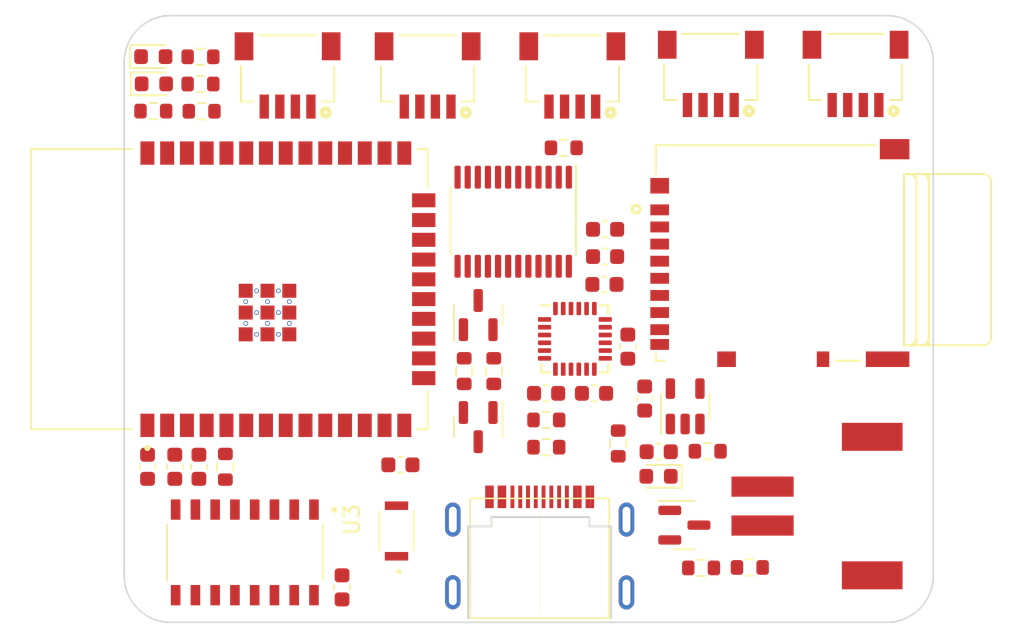
<source format=kicad_pcb>
(kicad_pcb (version 20211014) (generator pcbnew)
  (layers (0 "F.Cu" signal) (1 "In1.Cu" power) (2 "In2.Cu" power) (31 "B.Cu" signal) (34 "B.Paste" user) (35 "F.Paste" user) (36 "B.SilkS" user "B.Silkscreen") (37 "F.SilkS" user "F.Silkscreen") (38 "B.Mask" user) (39 "F.Mask" user) (44 "Edge.Cuts" user))
  (net 0 "")
  (net 1 "GND")
  (net 2 "VBUS")
  (net 4 "D+")
  (net 5 "D-")
  (net 10 "CS")
  (net 11 "MOSI")
  (net 12 "+3V3")
  (net 13 "SCLK")
  (net 14 "MISO")
  (net 16 "SD_DETECT")
  (net 17 "Net-(D2-Pad2)")
  (net 18 "Net-(C3-Pad1)")
  (net 19 "Net-(D3-Pad2)")
  (net 20 "Net-(Q2-Pad1)")
  (net 21 "DTR")
  (net 22 "GPIO0")
  (net 23 "Net-(Q3-Pad1)")
  (net 24 "RTS")
  (net 25 "EN")
  (net 29 "IO35")
  (net 31 "IO33")
  (net 37 "IO13")
  (net 49 "I2C1_SDA")
  (net 50 "PROG_TX")
  (net 51 "PROG_RX")
  (net 52 "I2C1_SCL")
  (net 53 "Net-(R5-Pad1)")
  (net 62 "Net-(R7-Pad2)")
  (net 63 "Sense1_SDA")
  (net 64 "Sense1_SCL")
  (net 65 "Sense2_SDA")
  (net 66 "Sense2_SCL")
  (net 67 "Sense3_SDA")
  (net 68 "Sense3_SCL")
  (net 69 "Sense4_SDA")
  (net 70 "Sense4_SCL")
  (net 71 "Sense5_SDA")
  (net 72 "Sense5_SCL")
  (net 73 "Net-(C13-Pad1)")
  (net 74 "Net-(C14-Pad1)")
  (net 79 "+3V8")
  (net 80 "Onboard_SDA")
  (net 81 "Onboard_SCL")
  (footprint "Resistor_SMD:R_0603_1608Metric" (layer "F.Cu") (at 116.075 74.5 180)
    (fp_text reference "R9")
    (fp_text value "100k")
    (pad "1" smd roundrect (at -0.825 0 180) (size 0.8 0.95) (layers "F.Cu" "F.Paste" "F.Mask") (net 29 "IO35"))
    (pad "2" smd roundrect (at 0.825 0 180) (size 0.8 0.95) (layers "F.Cu" "F.Paste" "F.Mask") (net 1 "GND"))
  )
  (footprint "Resistor_SMD:R_0603_1608Metric" (layer "F.Cu") (at 110.75 66.5 90)
    (fp_text reference "R2")
    (fp_text value "100k")
    (pad "1" smd roundrect (at -0.825 0 90) (size 0.8 0.95) (layers "F.Cu" "F.Paste" "F.Mask") (net 2 "VBUS"))
    (pad "2" smd roundrect (at 0.825 0 90) (size 0.8 0.95) (layers "F.Cu" "F.Paste" "F.Mask") (net 1 "GND"))
  )
  (footprint "Resistor_SMD:R_0603_1608Metric" (layer "F.Cu") (at 83.9 41.65 180)
    (fp_text reference "R10")
    (fp_text value "5k")
    (pad "1" smd roundrect (at -0.825 0 180) (size 0.8 0.95) (layers "F.Cu" "F.Paste" "F.Mask") (net 31 "IO33"))
    (pad "2" smd roundrect (at 0.825 0 180) (size 0.8 0.95) (layers "F.Cu" "F.Paste" "F.Mask") (net 19 "Net-(D3-Pad2)"))
  )
  (footprint "Resistor_SMD:R_0603_1608Metric" (layer "F.Cu") (at 106.13 64.99)
    (fp_text reference "R13")
    (fp_text value "4k7")
    (pad "1" smd roundrect (at -0.825 0) (size 0.8 0.95) (layers "F.Cu" "F.Paste" "F.Mask") (net 12 "+3V3"))
    (pad "2" smd roundrect (at 0.825 0) (size 0.8 0.95) (layers "F.Cu" "F.Paste" "F.Mask") (net 80 "Onboard_SDA"))
  )
  (footprint "lib_fp:JST_SM04B-SRSS-TB(LF)(SN)" (layer "F.Cu") (at 126 44.75 180)
    (fp_text reference "J3")
    (fp_text value "Sense1")
    (pad "1" smd rect locked (at -1.5 0 180) (size 0.6 1.55) (layers "F.Cu" "F.Paste" "F.Mask") (net 12 "+3V3"))
    (pad "2" smd rect locked (at -0.5 0 180) (size 0.6 1.55) (layers "F.Cu" "F.Paste" "F.Mask") (net 63 "Sense1_SDA"))
    (pad "3" smd rect locked (at 0.5 0 180) (size 0.6 1.55) (layers "F.Cu" "F.Paste" "F.Mask") (net 64 "Sense1_SCL"))
    (pad "4" smd rect locked (at 1.5 0 180) (size 0.6 1.55) (layers "F.Cu" "F.Paste" "F.Mask") (net 1 "GND"))
    (pad "S1" smd rect locked (at -2.8 3.875) (size 1.2 1.8) (layers "F.Cu" "F.Paste" "F.Mask") (net 1 "GND"))
    (pad "S2" smd rect locked (at 2.8 3.875) (size 1.2 1.8) (layers "F.Cu" "F.Paste" "F.Mask") (net 1 "GND"))
  )
  (footprint "Resistor_SMD:R_0603_1608Metric" (layer "F.Cu") (at 83.975 45.15)
    (fp_text reference "R12")
    (fp_text value "3.7k")
    (pad "1" smd roundrect (at -0.825 0) (size 0.8 0.95) (layers "F.Cu" "F.Paste" "F.Mask") (net 12 "+3V3"))
    (pad "2" smd roundrect (at 0.825 0) (size 0.8 0.95) (layers "F.Cu" "F.Paste" "F.Mask") (net 49 "I2C1_SDA"))
  )
  (footprint "Package_TO_SOT_SMD:SOT-23" (layer "F.Cu") (at 115 71.75)
    (fp_text reference "Q1")
    (fp_text value "HXY3401AI")
    (pad "1" smd roundrect (at -0.9375 -0.95) (size 1.475 0.6) (layers "F.Cu" "F.Paste" "F.Mask") (net 2 "VBUS"))
    (pad "2" smd roundrect (at -0.9375 0.95) (size 1.475 0.6) (layers "F.Cu" "F.Paste" "F.Mask") (net 18 "Net-(C3-Pad1)"))
    (pad "3" smd roundrect (at 0.9375 0) (size 1.475 0.6) (layers "F.Cu" "F.Paste" "F.Mask") (net 79 "+3V8"))
  )
  (footprint "Resistor_SMD:R_0603_1608Metric" (layer "F.Cu") (at 116.5 67 180)
    (fp_text reference "R5")
    (fp_text value "10k")
    (pad "1" smd roundrect (at -0.825 0 180) (size 0.8 0.95) (layers "F.Cu" "F.Paste" "F.Mask") (net 53 "Net-(R5-Pad1)"))
    (pad "2" smd roundrect (at 0.825 0 180) (size 0.8 0.95) (layers "F.Cu" "F.Paste" "F.Mask") (net 18 "Net-(C3-Pad1)"))
  )
  (footprint "Package_TO_SOT_SMD:SOT-23-5" (layer "F.Cu") (at 115.05 64.1125 90)
    (fp_text reference "U2")
    (fp_text value "AP2112K-3.3")
    (pad "1" smd roundrect (at -1.1375 -0.95 90) (size 1.325 0.6) (layers "F.Cu" "F.Paste" "F.Mask") (net 18 "Net-(C3-Pad1)"))
    (pad "2" smd roundrect (at -1.1375 0 90) (size 1.325 0.6) (layers "F.Cu" "F.Paste" "F.Mask") (net 1 "GND"))
    (pad "3" smd roundrect (at -1.1375 0.95 90) (size 1.325 0.6) (layers "F.Cu" "F.Paste" "F.Mask") (net 53 "Net-(R5-Pad1)"))
    (pad "4" smd roundrect (at 1.1375 0.95 90) (size 1.325 0.6) (layers "F.Cu" "F.Paste" "F.Mask"))
    (pad "5" smd roundrect (at 1.1375 -0.95 90) (size 1.325 0.6) (layers "F.Cu" "F.Paste" "F.Mask") (net 12 "+3V3"))
  )
  (footprint "Resistor_SMD:R_0603_1608Metric" (layer "F.Cu") (at 80.87 45.14 180)
    (fp_text reference "R11")
    (fp_text value "3.7k")
    (pad "1" smd roundrect (at -0.825 0 180) (size 0.8 0.95) (layers "F.Cu" "F.Paste" "F.Mask") (net 12 "+3V3"))
    (pad "2" smd roundrect (at 0.825 0 180) (size 0.8 0.95) (layers "F.Cu" "F.Paste" "F.Mask") (net 52 "I2C1_SCL"))
  )
  (footprint "Capacitor_SMD:C_0603_1608Metric" (layer "F.Cu") (at 112.45 63.6125 -90)
    (fp_text reference "C4")
    (fp_text value "1uF")
    (pad "1" smd roundrect (at -0.775 0 270) (size 0.9 0.95) (layers "F.Cu" "F.Paste" "F.Mask") (net 12 "+3V3"))
    (pad "2" smd roundrect (at 0.775 0 270) (size 0.9 0.95) (layers "F.Cu" "F.Paste" "F.Mask") (net 1 "GND"))
  )
  (footprint "Capacitor_SMD:C_0603_1608Metric" (layer "F.Cu") (at 93 75.75 90)
    (fp_text reference "C5")
    (fp_text value "0.1uF")
    (pad "1" smd roundrect (at -0.775 0 90) (size 0.9 0.95) (layers "F.Cu" "F.Paste" "F.Mask") (net 12 "+3V3"))
    (pad "2" smd roundrect (at 0.775 0 90) (size 0.9 0.95) (layers "F.Cu" "F.Paste" "F.Mask") (net 1 "GND"))
  )
  (footprint "Capacitor_SMD:C_0603_1608Metric" (layer "F.Cu") (at 109.865 56.28)
    (fp_text reference "C14")
    (fp_text value "2.2nF")
    (pad "1" smd roundrect (at -0.775 0) (size 0.9 0.95) (layers "F.Cu" "F.Paste" "F.Mask") (net 74 "Net-(C14-Pad1)"))
    (pad "2" smd roundrect (at 0.775 0) (size 0.9 0.95) (layers "F.Cu" "F.Paste" "F.Mask") (net 1 "GND"))
  )
  (footprint "lib_fp:JST_SM04B-SRSS-TB(LF)(SN)" (layer "F.Cu") (at 116.7 44.75 180)
    (fp_text reference "J4")
    (fp_text value "Sense2")
    (pad "1" smd rect locked (at -1.5 0 180) (size 0.6 1.55) (layers "F.Cu" "F.Paste" "F.Mask") (net 12 "+3V3"))
    (pad "2" smd rect locked (at -0.5 0 180) (size 0.6 1.55) (layers "F.Cu" "F.Paste" "F.Mask") (net 65 "Sense2_SDA"))
    (pad "3" smd rect locked (at 0.5 0 180) (size 0.6 1.55) (layers "F.Cu" "F.Paste" "F.Mask") (net 66 "Sense2_SCL"))
    (pad "4" smd rect locked (at 1.5 0 180) (size 0.6 1.55) (layers "F.Cu" "F.Paste" "F.Mask") (net 1 "GND"))
    (pad "S1" smd rect locked (at -2.8 3.875) (size 1.2 1.8) (layers "F.Cu" "F.Paste" "F.Mask") (net 1 "GND"))
    (pad "S2" smd rect locked (at 2.8 3.875) (size 1.2 1.8) (layers "F.Cu" "F.Paste" "F.Mask") (net 1 "GND"))
  )
  (footprint "Capacitor_SMD:C_0603_1608Metric" (layer "F.Cu") (at 109.905 52.74)
    (fp_text reference "C9")
    (fp_text value "10uF")
    (pad "1" smd roundrect (at -0.775 0) (size 0.9 0.95) (layers "F.Cu" "F.Paste" "F.Mask") (net 12 "+3V3"))
    (pad "2" smd roundrect (at 0.775 0) (size 0.9 0.95) (layers "F.Cu" "F.Paste" "F.Mask") (net 1 "GND"))
  )
  (footprint "lib_fp:HX25003-2AWB" (layer "F.Cu") (at 123.525 70.525 90)
    (fp_text reference "J8")
    (fp_text value "Conn_01x02_Female")
    (pad "1" smd rect (at -1.25 -3.5 90) (size 1.3 4) (layers "F.Cu" "F.Paste" "F.Mask") (net 79 "+3V8"))
    (pad "2" smd rect (at 1.25 -3.5 90) (size 1.3 4) (layers "F.Cu" "F.Paste" "F.Mask") (net 1 "GND"))
    (pad "3" smd rect (at -4.45 3.55 90) (size 1.8 3.9) (layers "F.Cu" "F.Paste" "F.Mask"))
    (pad "4" smd rect (at 4.45 3.55 90) (size 1.8 3.9) (layers "F.Cu" "F.Paste" "F.Mask"))
  )
  (footprint "Resistor_SMD:R_0603_1608Metric" (layer "F.Cu") (at 102.75 61.85 -90)
    (fp_text reference "R4")
    (fp_text value "10k")
    (pad "1" smd roundrect (at -0.825 0 270) (size 0.8 0.95) (layers "F.Cu" "F.Paste" "F.Mask") (net 21 "DTR"))
    (pad "2" smd roundrect (at 0.825 0 270) (size 0.8 0.95) (layers "F.Cu" "F.Paste" "F.Mask") (net 23 "Net-(Q3-Pad1)"))
  )
  (footprint "Capacitor_SMD:C_0603_1608Metric" (layer "F.Cu") (at 82.25 68 -90)
    (fp_text reference "C7")
    (fp_text value "22uF")
    (pad "1" smd roundrect (at -0.775 0 270) (size 0.9 0.95) (layers "F.Cu" "F.Paste" "F.Mask") (net 12 "+3V3"))
    (pad "2" smd roundrect (at 0.775 0 270) (size 0.9 0.95) (layers "F.Cu" "F.Paste" "F.Mask") (net 1 "GND"))
  )
  (footprint "Package_TO_SOT_SMD:SOT-23" (layer "F.Cu") (at 101.75 65.45 -90)
    (fp_text reference "Q3")
    (fp_text value "MMBT3904")
    (pad "1" smd roundrect (at -0.9375 -0.95 270) (size 1.475 0.6) (layers "F.Cu" "F.Paste" "F.Mask") (net 23 "Net-(Q3-Pad1)"))
    (pad "2" smd roundrect (at -0.9375 0.95 270) (size 1.475 0.6) (layers "F.Cu" "F.Paste" "F.Mask") (net 24 "RTS"))
    (pad "3" smd roundrect (at 0.9375 0 270) (size 1.475 0.6) (layers "F.Cu" "F.Paste" "F.Mask") (net 25 "EN"))
  )
  (footprint "Resistor_SMD:R_0603_1608Metric" (layer "F.Cu") (at 85.5 68 90)
    (fp_text reference "R1")
    (fp_text value "10k")
    (pad "1" smd roundrect (at -0.825 0 90) (size 0.8 0.95) (layers "F.Cu" "F.Paste" "F.Mask") (net 12 "+3V3"))
    (pad "2" smd roundrect (at 0.825 0 90) (size 0.8 0.95) (layers "F.Cu" "F.Paste" "F.Mask") (net 25 "EN"))
  )
  (footprint "LED_SMD:LED_0603_1608Metric" (layer "F.Cu") (at 80.87 41.64)
    (fp_text reference "D3")
    (fp_text value "green")
    (pad "1" smd roundrect (at -0.7875 0) (size 0.875 0.95) (layers "F.Cu" "F.Paste" "F.Mask") (net 1 "GND"))
    (pad "2" smd roundrect (at 0.7875 0) (size 0.875 0.95) (layers "F.Cu" "F.Paste" "F.Mask") (net 19 "Net-(D3-Pad2)"))
  )
  (footprint "Sensor_Motion:InvenSense_QFN-24_4x4mm_P0.5mm" (layer "F.Cu") (at 107.965 59.78)
    (fp_text reference "U5")
    (fp_text value "MPU-6050")
    (pad "1" smd roundrect (at -1.95 -1.25) (size 0.85 0.3) (layers "F.Cu" "F.Paste" "F.Mask") (net 1 "GND"))
    (pad "2" smd roundrect (at -1.95 -0.75) (size 0.85 0.3) (layers "F.Cu" "F.Paste" "F.Mask"))
    (pad "3" smd roundrect (at -1.95 -0.25) (size 0.85 0.3) (layers "F.Cu" "F.Paste" "F.Mask"))
    (pad "4" smd roundrect (at -1.95 0.25) (size 0.85 0.3) (layers "F.Cu" "F.Paste" "F.Mask"))
    (pad "5" smd roundrect (at -1.95 0.75) (size 0.85 0.3) (layers "F.Cu" "F.Paste" "F.Mask"))
    (pad "6" smd roundrect (at -1.95 1.25) (size 0.85 0.3) (layers "F.Cu" "F.Paste" "F.Mask"))
    (pad "7" smd roundrect (at -1.25 1.95 90) (size 0.85 0.3) (layers "F.Cu" "F.Paste" "F.Mask"))
    (pad "8" smd roundrect (at -0.75 1.95 90) (size 0.85 0.3) (layers "F.Cu" "F.Paste" "F.Mask") (net 12 "+3V3"))
    (pad "9" smd roundrect (at -0.25 1.95 90) (size 0.85 0.3) (layers "F.Cu" "F.Paste" "F.Mask") (net 1 "GND"))
    (pad "10" smd roundrect (at 0.25 1.95 90) (size 0.85 0.3) (layers "F.Cu" "F.Paste" "F.Mask") (net 73 "Net-(C13-Pad1)"))
    (pad "11" smd roundrect (at 0.75 1.95 90) (size 0.85 0.3) (layers "F.Cu" "F.Paste" "F.Mask") (net 1 "GND"))
    (pad "12" smd roundrect (at 1.25 1.95 90) (size 0.85 0.3) (layers "F.Cu" "F.Paste" "F.Mask"))
    (pad "13" smd roundrect (at 1.95 1.25) (size 0.85 0.3) (layers "F.Cu" "F.Paste" "F.Mask") (net 12 "+3V3"))
    (pad "14" smd roundrect (at 1.95 0.75) (size 0.85 0.3) (layers "F.Cu" "F.Paste" "F.Mask"))
    (pad "15" smd roundrect (at 1.95 0.25) (size 0.85 0.3) (layers "F.Cu" "F.Paste" "F.Mask"))
    (pad "16" smd roundrect (at 1.95 -0.25) (size 0.85 0.3) (layers "F.Cu" "F.Paste" "F.Mask"))
    (pad "17" smd roundrect (at 1.95 -0.75) (size 0.85 0.3) (layers "F.Cu" "F.Paste" "F.Mask"))
    (pad "18" smd roundrect (at 1.95 -1.25) (size 0.85 0.3) (layers "F.Cu" "F.Paste" "F.Mask") (net 1 "GND"))
    (pad "19" smd roundrect (at 1.25 -1.95 90) (size 0.85 0.3) (layers "F.Cu" "F.Paste" "F.Mask"))
    (pad "20" smd roundrect (at 0.75 -1.95 90) (size 0.85 0.3) (layers "F.Cu" "F.Paste" "F.Mask") (net 74 "Net-(C14-Pad1)"))
    (pad "21" smd roundrect (at 0.25 -1.95 90) (size 0.85 0.3) (layers "F.Cu" "F.Paste" "F.Mask"))
    (pad "22" smd roundrect (at -0.25 -1.95 90) (size 0.85 0.3) (layers "F.Cu" "F.Paste" "F.Mask"))
    (pad "23" smd roundrect (at -0.75 -1.95 90) (size 0.85 0.3) (layers "F.Cu" "F.Paste" "F.Mask") (net 81 "Onboard_SCL"))
    (pad "24" smd roundrect (at -1.25 -1.95 90) (size 0.85 0.3) (layers "F.Cu" "F.Paste" "F.Mask") (net 80 "Onboard_SDA"))
  )
  (footprint "lib_fp:TS2306A240GFMSM9_C388290" (layer "F.Cu") (at 96.5 72.125 90)
    (fp_text reference "S1")
    (fp_text value "TS2306A-240GF-MSM-9_C388290" hide)
    (pad "1" smd rect locked (at -1.625 0 90) (size 0.55 1.5) (layers "F.Cu" "F.Paste" "F.Mask") (net 1 "GND"))
    (pad "2" smd rect locked (at 1.625 0 90) (size 0.55 1.5) (layers "F.Cu" "F.Paste" "F.Mask") (net 25 "EN"))
  )
  (footprint "LED_SMD:LED_0603_1608Metric" (layer "F.Cu") (at 80.9075 43.39)
    (fp_text reference "D2")
    (fp_text value "blue")
    (pad "1" smd roundrect (at -0.7875 0) (size 0.875 0.95) (layers "F.Cu" "F.Paste" "F.Mask") (net 1 "GND"))
    (pad "2" smd roundrect (at 0.7875 0) (size 0.875 0.95) (layers "F.Cu" "F.Paste" "F.Mask") (net 17 "Net-(D2-Pad2)"))
  )
  (footprint "Resistor_SMD:R_0603_1608Metric" (layer "F.Cu") (at 83.9 43.4 180)
    (fp_text reference "R6")
    (fp_text value "5k")
    (pad "1" smd roundrect (at -0.825 0 180) (size 0.8 0.95) (layers "F.Cu" "F.Paste" "F.Mask") (net 37 "IO13"))
    (pad "2" smd roundrect (at 0.825 0 180) (size 0.8 0.95) (layers "F.Cu" "F.Paste" "F.Mask") (net 17 "Net-(D2-Pad2)"))
  )
  (footprint "lib_fp:SOIC127P600X180-16N" (layer "F.Cu") (at 86.75 73.5 -90)
    (fp_text reference "U3" (at -2.105 -6.885 90) (layer "F.SilkS"))
    (fp_text value "CH340C")
    (pad "1" smd roundrect locked (at -2.75 -4.445 270) (size 1.31 0.62) (layers "F.Cu" "F.Paste" "F.Mask") (roundrect_rratio 0.08) (net 1 "GND"))
    (pad "2" smd roundrect locked (at -2.75 -3.175 270) (size 1.31 0.62) (layers "F.Cu" "F.Paste" "F.Mask") (roundrect_rratio 0.08) (net 50 "PROG_TX"))
    (pad "3" smd roundrect locked (at -2.75 -1.905 270) (size 1.31 0.62) (layers "F.Cu" "F.Paste" "F.Mask") (roundrect_rratio 0.08) (net 51 "PROG_RX"))
    (pad "4" smd roundrect locked (at -2.75 -0.635 270) (size 1.31 0.62) (layers "F.Cu" "F.Paste" "F.Mask") (roundrect_rratio 0.08) (net 12 "+3V3"))
    (pad "5" smd roundrect locked (at -2.75 0.635 270) (size 1.31 0.62) (layers "F.Cu" "F.Paste" "F.Mask") (roundrect_rratio 0.08) (net 4 "D+"))
    (pad "6" smd roundrect locked (at -2.75 1.905 270) (size 1.31 0.62) (layers "F.Cu" "F.Paste" "F.Mask") (roundrect_rratio 0.08) (net 5 "D-"))
    (pad "7" smd roundrect locked (at -2.75 3.175 270) (size 1.31 0.62) (layers "F.Cu" "F.Paste" "F.Mask") (roundrect_rratio 0.08))
    (pad "8" smd roundrect locked (at -2.75 4.445 270) (size 1.31 0.62) (layers "F.Cu" "F.Paste" "F.Mask") (roundrect_rratio 0.08))
    (pad "9" smd roundrect locked (at 2.75 4.445 270) (size 1.31 0.62) (layers "F.Cu" "F.Paste" "F.Mask") (roundrect_rratio 0.08))
    (pad "10" smd roundrect locked (at 2.75 3.175 270) (size 1.31 0.62) (layers "F.Cu" "F.Paste" "F.Mask") (roundrect_rratio 0.08))
    (pad "11" smd roundrect locked (at 2.75 1.905 270) (size 1.31 0.62) (layers "F.Cu" "F.Paste" "F.Mask") (roundrect_rratio 0.08))
    (pad "12" smd roundrect locked (at 2.75 0.635 270) (size 1.31 0.62) (layers "F.Cu" "F.Paste" "F.Mask") (roundrect_rratio 0.08))
    (pad "13" smd roundrect locked (at 2.75 -0.635 270) (size 1.31 0.62) (layers "F.Cu" "F.Paste" "F.Mask") (roundrect_rratio 0.08) (net 21 "DTR"))
    (pad "14" smd roundrect locked (at 2.75 -1.905 270) (size 1.31 0.62) (layers "F.Cu" "F.Paste" "F.Mask") (roundrect_rratio 0.08) (net 24 "RTS"))
    (pad "15" smd roundrect locked (at 2.75 -3.175 270) (size 1.31 0.62) (layers "F.Cu" "F.Paste" "F.Mask") (roundrect_rratio 0.08))
    (pad "16" smd roundrect locked (at 2.75 -4.445 270) (size 1.31 0.62) (layers "F.Cu" "F.Paste" "F.Mask") (roundrect_rratio 0.08) (net 12 "+3V3"))
  )
  (footprint "lib_fp:HRS_DM3AT-SF-PEJM5" (layer "F.Cu") (at 113.4125 54.6875 90)
    (fp_text reference "J2")
    (fp_text value "DM3AT-SF-PEJM5")
    (pad "1" smd rect locked (at 3.2 0 90) (size 0.7 1.2) (layers "F.Cu" "F.Paste" "F.Mask"))
    (pad "2" smd rect locked (at 2.1 0 90) (size 0.7 1.2) (layers "F.Cu" "F.Paste" "F.Mask") (net 10 "CS"))
    (pad "3" smd rect locked (at 1 0 90) (size 0.7 1.2) (layers "F.Cu" "F.Paste" "F.Mask") (net 11 "MOSI"))
    (pad "4" smd rect locked (at -0.1 0 90) (size 0.7 1.2) (layers "F.Cu" "F.Paste" "F.Mask") (net 12 "+3V3"))
    (pad "5" smd rect locked (at -1.2 0 90) (size 0.7 1.2) (layers "F.Cu" "F.Paste" "F.Mask") (net 13 "SCLK"))
    (pad "6" smd rect locked (at -2.3 0 90) (size 0.7 1.2) (layers "F.Cu" "F.Paste" "F.Mask") (net 1 "GND"))
    (pad "7" smd rect locked (at -3.4 0 90) (size 0.7 1.2) (layers "F.Cu" "F.Paste" "F.Mask") (net 14 "MISO"))
    (pad "8" smd rect locked (at -4.5 0 90) (size 0.7 1.2) (layers "F.Cu" "F.Paste" "F.Mask"))
    (pad "P1" smd rect locked (at -6.4 4.3 90) (size 1 1.2) (layers "F.Cu" "F.Paste" "F.Mask") (net 1 "GND"))
    (pad "P2" smd rect locked (at -6.4 14.65 90) (size 1 2.8) (layers "F.Cu" "F.Paste" "F.Mask") (net 1 "GND"))
    (pad "P3" smd rect locked (at 7.1 15.1 90) (size 1.3 1.9) (layers "F.Cu" "F.Paste" "F.Mask") (net 1 "GND"))
    (pad "P4" smd rect locked (at 4.75 0 90) (size 1 1.2) (layers "F.Cu" "F.Paste" "F.Mask") (net 1 "GND"))
    (pad "SWA" smd rect locked (at -6.4 10.5 90) (size 1 0.8) (layers "F.Cu" "F.Paste" "F.Mask") (net 1 "GND"))
    (pad "SWB" smd rect locked (at -5.45 0 90) (size 0.7 1.2) (layers "F.Cu" "F.Paste" "F.Mask") (net 16 "SD_DETECT"))
  )
  (footprint "Resistor_SMD:R_0603_1608Metric" (layer "F.Cu") (at 119.205 74.47 180)
    (fp_text reference "R8")
    (fp_text value "100k")
    (pad "1" smd roundrect (at -0.825 0 180) (size 0.8 0.95) (layers "F.Cu" "F.Paste" "F.Mask") (net 79 "+3V8"))
    (pad "2" smd roundrect (at 0.825 0 180) (size 0.8 0.95) (layers "F.Cu" "F.Paste" "F.Mask") (net 29 "IO35"))
  )
  (footprint "Capacitor_SMD:C_0603_1608Metric" (layer "F.Cu") (at 111.365 60.28 90)
    (fp_text reference "C11")
    (fp_text value "0.1uF")
    (pad "1" smd roundrect (at -0.775 0 90) (size 0.9 0.95) (layers "F.Cu" "F.Paste" "F.Mask") (net 12 "+3V3"))
    (pad "2" smd roundrect (at 0.775 0 90) (size 0.9 0.95) (layers "F.Cu" "F.Paste" "F.Mask") (net 1 "GND"))
  )
  (footprint "lib_fp:JST_SM04B-SRSS-TB(LF)(SN)" (layer "F.Cu") (at 98.5 44.85 180)
    (fp_text reference "J6")
    (fp_text value "Sense4")
    (pad "1" smd rect locked (at -1.5 0 180) (size 0.6 1.55) (layers "F.Cu" "F.Paste" "F.Mask") (net 12 "+3V3"))
    (pad "2" smd rect locked (at -0.5 0 180) (size 0.6 1.55) (layers "F.Cu" "F.Paste" "F.Mask") (net 69 "Sense4_SDA"))
    (pad "3" smd rect locked (at 0.5 0 180) (size 0.6 1.55) (layers "F.Cu" "F.Paste" "F.Mask") (net 70 "Sense4_SCL"))
    (pad "4" smd rect locked (at 1.5 0 180) (size 0.6 1.55) (layers "F.Cu" "F.Paste" "F.Mask") (net 1 "GND"))
    (pad "S1" smd rect locked (at -2.8 3.875) (size 1.2 1.8) (layers "F.Cu" "F.Paste" "F.Mask") (net 1 "GND"))
    (pad "S2" smd rect locked (at 2.8 3.875) (size 1.2 1.8) (layers "F.Cu" "F.Paste" "F.Mask") (net 1 "GND"))
  )
  (footprint "Package_TO_SOT_SMD:SOT-23" (layer "F.Cu") (at 101.75 58.25 90)
    (fp_text reference "Q2")
    (fp_text value "MMBT3904")
    (pad "1" smd roundrect (at -0.9375 -0.95 90) (size 1.475 0.6) (layers "F.Cu" "F.Paste" "F.Mask") (net 20 "Net-(Q2-Pad1)"))
    (pad "2" smd roundrect (at -0.9375 0.95 90) (size 1.475 0.6) (layers "F.Cu" "F.Paste" "F.Mask") (net 21 "DTR"))
    (pad "3" smd roundrect (at 0.9375 0 90) (size 1.475 0.6) (layers "F.Cu" "F.Paste" "F.Mask") (net 22 "GPIO0"))
  )
  (footprint "Capacitor_SMD:C_0603_1608Metric" (layer "F.Cu") (at 80.5 68 -90)
    (fp_text reference "C8")
    (fp_text value "0.1uF")
    (pad "1" smd roundrect (at -0.775 0 270) (size 0.9 0.95) (layers "F.Cu" "F.Paste" "F.Mask") (net 12 "+3V3"))
    (pad "2" smd roundrect (at 0.775 0 270) (size 0.9 0.95) (layers "F.Cu" "F.Paste" "F.Mask") (net 1 "GND"))
  )
  (footprint "Package_SO:TSSOP-24_4.4x7.8mm_P0.65mm" (layer "F.Cu") (at 104 52.25 -90)
    (fp_text reference "U4")
    (fp_text value "TCA9548APWR")
    (pad "1" smd roundrect (at -2.8625 -3.575 270) (size 1.475 0.4) (layers "F.Cu" "F.Paste" "F.Mask") (net 1 "GND"))
    (pad "2" smd roundrect (at -2.8625 -2.925 270) (size 1.475 0.4) (layers "F.Cu" "F.Paste" "F.Mask") (net 1 "GND"))
    (pad "3" smd roundrect (at -2.8625 -2.275 270) (size 1.475 0.4) (layers "F.Cu" "F.Paste" "F.Mask") (net 62 "Net-(R7-Pad2)"))
    (pad "4" smd roundrect (at -2.8625 -1.625 270) (size 1.475 0.4) (layers "F.Cu" "F.Paste" "F.Mask") (net 63 "Sense1_SDA"))
    (pad "5" smd roundrect (at -2.8625 -0.975 270) (size 1.475 0.4) (layers "F.Cu" "F.Paste" "F.Mask") (net 64 "Sense1_SCL"))
    (pad "6" smd roundrect (at -2.8625 -0.325 270) (size 1.475 0.4) (layers "F.Cu" "F.Paste" "F.Mask") (net 65 "Sense2_SDA"))
    (pad "7" smd roundrect (at -2.8625 0.325 270) (size 1.475 0.4) (layers "F.Cu" "F.Paste" "F.Mask") (net 66 "Sense2_SCL"))
    (pad "8" smd roundrect (at -2.8625 0.975 270) (size 1.475 0.4) (layers "F.Cu" "F.Paste" "F.Mask") (net 67 "Sense3_SDA"))
    (pad "9" smd roundrect (at -2.8625 1.625 270) (size 1.475 0.4) (layers "F.Cu" "F.Paste" "F.Mask") (net 68 "Sense3_SCL"))
    (pad "10" smd roundrect (at -2.8625 2.275 270) (size 1.475 0.4) (layers "F.Cu" "F.Paste" "F.Mask") (net 69 "Sense4_SDA"))
    (pad "11" smd roundrect (at -2.8625 2.925 270) (size 1.475 0.4) (layers "F.Cu" "F.Paste" "F.Mask") (net 70 "Sense4_SCL"))
    (pad "12" smd roundrect (at -2.8625 3.575 270) (size 1.475 0.4) (layers "F.Cu" "F.Paste" "F.Mask") (net 1 "GND"))
    (pad "13" smd roundrect (at 2.8625 3.575 270) (size 1.475 0.4) (layers "F.Cu" "F.Paste" "F.Mask") (net 71 "Sense5_SDA"))
    (pad "14" smd roundrect (at 2.8625 2.925 270) (size 1.475 0.4) (layers "F.Cu" "F.Paste" "F.Mask") (net 72 "Sense5_SCL"))
    (pad "15" smd roundrect (at 2.8625 2.275 270) (size 1.475 0.4) (layers "F.Cu" "F.Paste" "F.Mask") (net 80 "Onboard_SDA"))
    (pad "16" smd roundrect (at 2.8625 1.625 270) (size 1.475 0.4) (layers "F.Cu" "F.Paste" "F.Mask") (net 81 "Onboard_SCL"))
    (pad "17" smd roundrect (at 2.8625 0.975 270) (size 1.475 0.4) (layers "F.Cu" "F.Paste" "F.Mask"))
    (pad "18" smd roundrect (at 2.8625 0.325 270) (size 1.475 0.4) (layers "F.Cu" "F.Paste" "F.Mask"))
    (pad "19" smd roundrect (at 2.8625 -0.325 270) (size 1.475 0.4) (layers "F.Cu" "F.Paste" "F.Mask"))
    (pad "20" smd roundrect (at 2.8625 -0.975 270) (size 1.475 0.4) (layers "F.Cu" "F.Paste" "F.Mask"))
    (pad "21" smd roundrect (at 2.8625 -1.625 270) (size 1.475 0.4) (layers "F.Cu" "F.Paste" "F.Mask") (net 1 "GND"))
    (pad "22" smd roundrect (at 2.8625 -2.275 270) (size 1.475 0.4) (layers "F.Cu" "F.Paste" "F.Mask") (net 52 "I2C1_SCL"))
    (pad "23" smd roundrect (at 2.8625 -2.925 270) (size 1.475 0.4) (layers "F.Cu" "F.Paste" "F.Mask") (net 49 "I2C1_SDA"))
    (pad "24" smd roundrect (at 2.8625 -3.575 270) (size 1.475 0.4) (layers "F.Cu" "F.Paste" "F.Mask") (net 12 "+3V3"))
  )
  (footprint "lib_fp:TYPE-C-31-M-14" (layer "F.Cu") (at 105.7 75.0325)
    (fp_text reference "J1")
    (fp_text value "USB_C_Receptacle")
    (fp_line (start 3.2 -3.8) (end -3.1 -3.8) (layer "Edge.Cuts") (width 0.12))
    (fp_line (start 4.6 2.7) (end 4.6 -3.2) (layer "Edge.Cuts") (width 0.12))
    (fp_line (start 3.2 -3.2) (end 3.2 -3.8) (layer "Edge.Cuts") (width 0.12))
    (fp_line (start -3.1 -3.2) (end -4.6 -3.2) (layer "Edge.Cuts") (width 0.12))
    (fp_line (start 4.6 -3.2) (end 3.2 -3.2) (layer "Edge.Cuts") (width 0.12))
    (fp_line (start -3.1 -3.8) (end -3.1 -3.2) (layer "Edge.Cuts") (width 0.12))
    (fp_line (start -4.6 -3.2) (end -4.6 2.7) (layer "Edge.Cuts") (width 0.12))
    (pad "" np_thru_hole circle (at -3.75 -3.725) (size 0.65 0.65) (drill 0.65) (layers *.Cu *.Mask) (clearance 0.01))
    (pad "" np_thru_hole circle (at 3.75 -3.725) (size 0.65 0.65) (drill 0.65) (layers *.Cu *.Mask) (clearance 0.01))
    (pad "A1" smd rect (at -3.375 -5.1) (size 0.25 1.45) (layers "F.Cu" "F.Paste" "F.Mask") (net 1 "GND"))
    (pad "A4" smd rect (at -2.575 -5.1) (size 0.25 1.45) (layers "F.Cu" "F.Paste" "F.Mask") (net 2 "VBUS"))
    (pad "A5" smd rect (at -1.25 -5.1) (size 0.25 1.45) (layers "F.Cu" "F.Paste" "F.Mask"))
    (pad "A6" smd rect (at -0.25 -5.1) (size 0.25 1.45) (layers "F.Cu" "F.Paste" "F.Mask") (net 4 "D+"))
    (pad "A7" smd rect (at 0.25 -5.1) (size 0.25 1.45) (layers "F.Cu" "F.Paste" "F.Mask") (net 5 "D-"))
    (pad "A8" smd rect (at 1.25 -5.1) (size 0.25 1.45) (layers "F.Cu" "F.Paste" "F.Mask"))
    (pad "A9" smd rect (at 2.575 -5.1) (size 0.25 1.45) (layers "F.Cu" "F.Paste" "F.Mask") (net 2 "VBUS"))
    (pad "A12" smd rect (at 3.375 -5.1) (size 0.25 1.45) (layers "F.Cu" "F.Paste" "F.Mask") (net 1 "GND"))
    (pad "B1" smd rect (at 3.1 -5.1) (size 0.3 1.45) (layers "F.Cu" "F.Paste" "F.Mask") (net 1 "GND"))
    (pad "B4" smd rect (at 2.3 -5.1) (size 0.3 1.45) (layers "F.Cu" "F.Paste" "F.Mask") (net 2 "VBUS"))
    (pad "B5" smd rect (at 1.75 -5.1) (size 0.25 1.45) (layers "F.Cu" "F.Paste" "F.Mask"))
    (pad "B6" smd rect (at 0.75 -5.1) (size 0.25 1.45) (layers "F.Cu" "F.Paste" "F.Mask") (net 4 "D+"))
    (pad "B7" smd rect (at -0.75 -5.1) (size 0.25 1.45) (layers "F.Cu" "F.Paste" "F.Mask") (net 5 "D-"))
    (pad "B8" smd rect (at -1.75 -5.1) (size 0.25 1.45) (layers "F.Cu" "F.Paste" "F.Mask"))
    (pad "B9" smd rect (at -2.3 -5.1) (size 0.3 1.45) (layers "F.Cu" "F.Paste" "F.Mask") (net 2 "VBUS"))
    (pad "B12" smd rect (at -3.1 -5.1) (size 0.3 1.45) (layers "F.Cu" "F.Paste" "F.Mask") (net 1 "GND"))
    (pad "S1" thru_hole roundrect (at -5.58 -3.64) (size 1 2.2) (drill oval 0.5 1.65) (layers *.Cu *.Mask) (roundrect_rratio 0.5) (net 1 "GND"))
    (pad "S1" thru_hole roundrect (at 5.58 1.04) (size 1 2.2) (drill oval 0.5 1.65) (layers *.Cu *.Mask) (roundrect_rratio 0.5) (net 1 "GND"))
    (pad "S1" thru_hole roundrect (at -5.58 1.03) (size 1 2.2) (drill oval 0.5 1.65) (layers *.Cu *.Mask) (roundrect_rratio 0.5) (net 1 "GND"))
    (pad "S1" thru_hole roundrect (at 5.58 -3.64) (size 1 2.2) (drill oval 0.5 1.65) (layers *.Cu *.Mask) (roundrect_rratio 0.5) (net 1 "GND"))
  )
  (footprint "Capacitor_SMD:C_0603_1608Metric" (layer "F.Cu") (at 83.8 68 -90)
    (fp_text reference "C2")
    (fp_text value "0.1uF")
    (pad "1" smd roundrect (at -0.775 0 270) (size 0.9 0.95) (layers "F.Cu" "F.Paste" "F.Mask") (net 25 "EN"))
    (pad "2" smd roundrect (at 0.775 0 270) (size 0.9 0.95) (layers "F.Cu" "F.Paste" "F.Mask") (net 1 "GND"))
  )
  (footprint "Capacitor_SMD:C_0603_1608Metric" (layer "F.Cu") (at 96.75 67.875 180)
    (fp_text reference "C1")
    (fp_text value "0.1uF")
    (pad "1" smd roundrect (at -0.775 0 180) (size 0.9 0.95) (layers "F.Cu" "F.Paste" "F.Mask") (net 1 "GND"))
    (pad "2" smd roundrect (at 0.775 0 180) (size 0.9 0.95) (layers "F.Cu" "F.Paste" "F.Mask") (net 25 "EN"))
  )
  (footprint "Capacitor_SMD:C_0603_1608Metric" (layer "F.Cu") (at 109.905 54.49)
    (fp_text reference "C10")
    (fp_text value "0.1uF")
    (pad "1" smd roundrect (at -0.775 0) (size 0.9 0.95) (layers "F.Cu" "F.Paste" "F.Mask") (net 12 "+3V3"))
    (pad "2" smd roundrect (at 0.775 0) (size 0.9 0.95) (layers "F.Cu" "F.Paste" "F.Mask") (net 1 "GND"))
  )
  (footprint "Capacitor_SMD:C_0603_1608Metric" (layer "F.Cu") (at 109.195 63.28)
    (fp_text reference "C13")
    (fp_text value "0.1uF")
    (pad "1" smd roundrect (at -0.775 0) (size 0.9 0.95) (layers "F.Cu" "F.Paste" "F.Mask") (net 73 "Net-(C13-Pad1)"))
    (pad "2" smd roundrect (at 0.775 0) (size 0.9 0.95) (layers "F.Cu" "F.Paste" "F.Mask") (net 1 "GND"))
  )
  (footprint "Resistor_SMD:R_0603_1608Metric" (layer "F.Cu") (at 107.25 47.5 180)
    (fp_text reference "R7")
    (fp_text value "7k")
    (pad "1" smd roundrect (at -0.825 0 180) (size 0.8 0.95) (layers "F.Cu" "F.Paste" "F.Mask") (net 12 "+3V3"))
    (pad "2" smd roundrect (at 0.825 0 180) (size 0.8 0.95) (layers "F.Cu" "F.Paste" "F.Mask") (net 62 "Net-(R7-Pad2)"))
  )
  (footprint "Diode_SMD:D_0603_1608Metric" (layer "F.Cu") (at 113.34 68.6125 180)
    (fp_text reference "D1")
    (fp_text value "mbr120")
    (pad "1" smd roundrect (at -0.7875 0 180) (size 0.875 0.95) (layers "F.Cu" "F.Paste" "F.Mask") (net 18 "Net-(C3-Pad1)"))
    (pad "2" smd roundrect (at 0.7875 0 180) (size 0.875 0.95) (layers "F.Cu" "F.Paste" "F.Mask") (net 2 "VBUS"))
  )
  (footprint "lib_fp:XCVR_ESP32-WROOM-32E_(16MB)" (layer "F.Cu") (at 85.75 56.5875 90)
    (fp_text reference "U1")
    (fp_text value "ESP32-WROOM-32E_(16MB)")
    (pad "1" smd rect locked (at -8.75 -5.26 90) (size 1.5 0.9) (layers "F.Cu" "F.Paste" "F.Mask") (net 1 "GND"))
    (pad "2" smd rect locked (at -8.75 -3.99 90) (size 1.5 0.9) (layers "F.Cu" "F.Paste" "F.Mask") (net 12 "+3V3"))
    (pad "3" smd rect locked (at -8.75 -2.72 90) (size 1.5 0.9) (layers "F.Cu" "F.Paste" "F.Mask") (net 25 "EN"))
    (pad "4" smd rect locked (at -8.75 -1.45 90) (size 1.5 0.9) (layers "F.Cu" "F.Paste" "F.Mask"))
    (pad "5" smd rect locked (at -8.75 -0.18 90) (size 1.5 0.9) (layers "F.Cu" "F.Paste" "F.Mask"))
    (pad "6" smd rect locked (at -8.75 1.09 90) (size 1.5 0.9) (layers "F.Cu" "F.Paste" "F.Mask"))
    (pad "7" smd rect locked (at -8.75 2.36 90) (size 1.5 0.9) (layers "F.Cu" "F.Paste" "F.Mask") (net 29 "IO35"))
    (pad "8" smd rect locked (at -8.75 3.63 90) (size 1.5 0.9) (layers "F.Cu" "F.Paste" "F.Mask"))
    (pad "9" smd rect locked (at -8.75 4.9 90) (size 1.5 0.9) (layers "F.Cu" "F.Paste" "F.Mask") (net 31 "IO33"))
    (pad "10" smd rect locked (at -8.75 6.17 90) (size 1.5 0.9) (layers "F.Cu" "F.Paste" "F.Mask"))
    (pad "11" smd rect locked (at -8.75 7.44 90) (size 1.5 0.9) (layers "F.Cu" "F.Paste" "F.Mask"))
    (pad "12" smd rect locked (at -8.75 8.71 90) (size 1.5 0.9) (layers "F.Cu" "F.Paste" "F.Mask"))
    (pad "13" smd rect locked (at -8.75 9.98 90) (size 1.5 0.9) (layers "F.Cu" "F.Paste" "F.Mask"))
    (pad "14" smd rect locked (at -8.75 11.25 90) (size 1.5 0.9) (layers "F.Cu" "F.Paste" "F.Mask"))
    (pad "15" smd rect locked (at -5.715 12.5 90) (size 0.9 1.5) (layers "F.Cu" "F.Paste" "F.Mask") (net 1 "GND"))
    (pad "16" smd rect locked (at -4.445 12.5 90) (size 0.9 1.5) (layers "F.Cu" "F.Paste" "F.Mask") (net 37 "IO13"))
    (pad "17" smd rect locked (at -3.175 12.5 90) (size 0.9 1.5) (layers "F.Cu" "F.Paste" "F.Mask"))
    (pad "18" smd rect locked (at -1.905 12.5 90) (size 0.9 1.5) (layers "F.Cu" "F.Paste" "F.Mask"))
    (pad "19" smd rect locked (at -0.635 12.5 90) (size 0.9 1.5) (layers "F.Cu" "F.Paste" "F.Mask"))
    (pad "20" smd rect locked (at 0.635 12.5 90) (size 0.9 1.5) (layers "F.Cu" "F.Paste" "F.Mask"))
    (pad "21" smd rect locked (at 1.905 12.5 90) (size 0.9 1.5) (layers "F.Cu" "F.Paste" "F.Mask"))
    (pad "22" smd rect locked (at 3.175 12.5 90) (size 0.9 1.5) (layers "F.Cu" "F.Paste" "F.Mask"))
    (pad "23" smd rect locked (at 4.445 12.5 90) (size 0.9 1.5) (layers "F.Cu" "F.Paste" "F.Mask"))
    (pad "24" smd rect locked (at 5.715 12.5 90) (size 0.9 1.5) (layers "F.Cu" "F.Paste" "F.Mask"))
    (pad "25" smd rect locked (at 8.75 11.25 90) (size 1.5 0.9) (layers "F.Cu" "F.Paste" "F.Mask") (net 22 "GPIO0"))
    (pad "26" smd rect locked (at 8.75 9.98 90) (size 1.5 0.9) (layers "F.Cu" "F.Paste" "F.Mask"))
    (pad "27" smd rect locked (at 8.75 8.71 90) (size 1.5 0.9) (layers "F.Cu" "F.Paste" "F.Mask"))
    (pad "28" smd rect locked (at 8.75 7.44 90) (size 1.5 0.9) (layers "F.Cu" "F.Paste" "F.Mask") (net 16 "SD_DETECT"))
    (pad "29" smd rect locked (at 8.75 6.17 90) (size 1.5 0.9) (layers "F.Cu" "F.Paste" "F.Mask") (net 10 "CS"))
    (pad "30" smd rect locked (at 8.75 4.9 90) (size 1.5 0.9) (layers "F.Cu" "F.Paste" "F.Mask") (net 13 "SCLK"))
    (pad "31" smd rect locked (at 8.75 3.63 90) (size 1.5 0.9) (layers "F.Cu" "F.Paste" "F.Mask") (net 14 "MISO"))
    (pad "32" smd rect locked (at 8.75 2.36 90) (size 1.5 0.9) (layers "F.Cu" "F.Paste" "F.Mask"))
    (pad "33" smd rect locked (at 8.75 1.09 90) (size 1.5 0.9) (layers "F.Cu" "F.Paste" "F.Mask") (net 49 "I2C1_SDA"))
    (pad "34" smd rect locked (at 8.75 -0.18 90) (size 1.5 0.9) (layers "F.Cu" "F.Paste" "F.Mask") (net 50 "PROG_TX"))
    (pad "35" smd rect locked (at 8.75 -1.45 90) (size 1.5 0.9) (layers "F.Cu" "F.Paste" "F.Mask") (net 51 "PROG_RX"))
    (pad "36" smd rect locked (at 8.75 -2.72 90) (size 1.5 0.9) (layers "F.Cu" "F.Paste" "F.Mask") (net 52 "I2C1_SCL"))
    (pad "37" smd rect locked (at 8.75 -3.99 90) (size 1.5 0.9) (layers "F.Cu" "F.Paste" "F.Mask") (net 11 "MOSI"))
    (pad "38" smd rect locked (at 8.75 -5.26 90) (size 1.5 0.9) (layers "F.Cu" "F.Paste" "F.Mask") (net 1 "GND"))
    (pad "39_1" smd rect locked (at -2.9 1.06 90) (size 0.9 0.9) (layers "F.Cu" "F.Paste" "F.Mask") (net 1 "GND"))
    (pad "39_2" smd rect locked (at -1.5 1.06 90) (size 0.9 0.9) (layers "F.Cu" "F.Paste" "F.Mask") (net 1 "GND"))
    (pad "39_3" smd rect locked (at -0.1 1.06 90) (size 0.9 0.9) (layers "F.Cu" "F.Paste" "F.Mask") (net 1 "GND"))
    (pad "39_4" smd rect locked (at -2.9 2.46 90) (size 0.9 0.9) (layers "F.Cu" "F.Paste" "F.Mask") (net 1 "GND"))
    (pad "39_5" smd rect locked (at -1.5 2.46 90) (size 0.9 0.9) (layers "F.Cu" "F.Paste" "F.Mask") (net 1 "GND"))
    (pad "39_6" smd rect locked (at -0.1 2.46 90) (size 0.9 0.9) (layers "F.Cu" "F.Paste" "F.Mask") (net 1 "GND"))
    (pad "39_7" smd rect locked (at -2.9 3.86 90) (size 0.9 0.9) (layers "F.Cu" "F.Paste" "F.Mask") (net 1 "GND"))
    (pad "39_8" smd rect locked (at -1.5 3.86 90) (size 0.9 0.9) (layers "F.Cu" "F.Paste" "F.Mask") (net 1 "GND"))
    (pad "39_9" smd rect locked (at -0.1 3.86 90) (size 0.9 0.9) (layers "F.Cu" "F.Paste" "F.Mask") (net 1 "GND"))
    (pad "39_10" thru_hole circle locked (at -2.2 1.06 90) (size 0.3 0.3) (drill 0.2) (layers *.Cu))
    (pad "39_11" thru_hole circle locked (at -0.8 1.06 90) (size 0.3 0.3) (drill 0.2) (layers *.Cu))
    (pad "39_12" thru_hole circle locked (at -2.9 1.76 90) (size 0.3 0.3) (drill 0.2) (layers *.Cu))
    (pad "39_13" thru_hole circle locked (at -1.5 1.76 90) (size 0.3 0.3) (drill 0.2) (layers *.Cu))
    (pad "39_14" thru_hole circle locked (at -0.1 1.76 90) (size 0.3 0.3) (drill 0.2) (layers *.Cu))
    (pad "39_15" thru_hole circle locked (at -2.2 2.46 90) (size 0.3 0.3) (drill 0.2) (layers *.Cu))
    (pad "39_16" thru_hole circle locked (at -0.8 2.46 90) (size 0.3 0.3) (drill 0.2) (layers *.Cu))
    (pad "39_17" thru_hole circle locked (at -2.9 3.16 90) (size 0.3 0.3) (drill 0.2) (layers *.Cu))
    (pad "39_18" thru_hole circle locked (at -1.5 3.16 90) (size 0.3 0.3) (drill 0.2) (layers *.Cu))
    (pad "39_19" thru_hole circle locked (at -0.1 3.16 90) (size 0.3 0.3) (drill 0.2) (layers *.Cu))
    (pad "39_20" thru_hole circle locked (at -2.2 3.86 90) (size 0.3 0.3) (drill 0.2) (layers *.Cu))
    (pad "39_21" thru_hole circle locked (at -0.8 3.86 90) (size 0.3 0.3) (drill 0.2) (layers *.Cu))
  )
  (footprint "Resistor_SMD:R_0603_1608Metric" (layer "F.Cu") (at 100.85 61.85 90)
    (fp_text reference "R3")
    (fp_text value "10k")
    (pad "1" smd roundrect (at -0.825 0 90) (size 0.8 0.95) (layers "F.Cu" "F.Paste" "F.Mask") (net 24 "RTS"))
    (pad "2" smd roundrect (at 0.825 0 90) (size 0.8 0.95) (layers "F.Cu" "F.Paste" "F.Mask") (net 20 "Net-(Q2-Pad1)"))
  )
  (footprint "Capacitor_SMD:C_0603_1608Metric" (layer "F.Cu") (at 106.115 63.28 180)
    (fp_text reference "C12")
    (fp_text value "10nF")
    (pad "1" smd roundrect (at -0.775 0 180) (size 0.9 0.95) (layers "F.Cu" "F.Paste" "F.Mask") (net 12 "+3V3"))
    (pad "2" smd roundrect (at 0.775 0 180) (size 0.9 0.95) (layers "F.Cu" "F.Paste" "F.Mask") (net 1 "GND"))
  )
  (footprint "Capacitor_SMD:C_0603_1608Metric" (layer "F.Cu") (at 113.35 67.0325 180)
    (fp_text reference "C3")
    (fp_text value "1uF")
    (pad "1" smd roundrect (at -0.775 0 180) (size 0.9 0.95) (layers "F.Cu" "F.Paste" "F.Mask") (net 18 "Net-(C3-Pad1)"))
    (pad "2" smd roundrect (at 0.775 0 180) (size 0.9 0.95) (layers "F.Cu" "F.Paste" "F.Mask") (net 1 "GND"))
  )
  (footprint "lib_fp:JST_SM04B-SRSS-TB(LF)(SN)" (layer "F.Cu") (at 89.5 44.85 180)
    (fp_text reference "J7")
    (fp_text value "Sense5")
    (pad "1" smd rect locked (at -1.5 0 180) (size 0.6 1.55) (layers "F.Cu" "F.Paste" "F.Mask") (net 12 "+3V3"))
    (pad "2" smd rect locked (at -0.5 0 180) (size 0.6 1.55) (layers "F.Cu" "F.Paste" "F.Mask") (net 71 "Sense5_SDA"))
    (pad "3" smd rect locked (at 0.5 0 180) (size 0.6 1.55) (layers "F.Cu" "F.Paste" "F.Mask") (net 72 "Sense5_SCL"))
    (pad "4" smd rect locked (at 1.5 0 180) (size 0.6 1.55) (layers "F.Cu" "F.Paste" "F.Mask") (net 1 "GND"))
    (pad "S1" smd rect locked (at -2.8 3.875) (size 1.2 1.8) (layers "F.Cu" "F.Paste" "F.Mask") (net 1 "GND"))
    (pad "S2" smd rect locked (at 2.8 3.875) (size 1.2 1.8) (layers "F.Cu" "F.Paste" "F.Mask") (net 1 "GND"))
  )
  (footprint "Resistor_SMD:R_0603_1608Metric" (layer "F.Cu") (at 106.13 66.74)
    (fp_text reference "R14")
    (fp_text value "4k7")
    (pad "1" smd roundrect (at -0.825 0) (size 0.8 0.95) (layers "F.Cu" "F.Paste" "F.Mask") (net 12 "+3V3"))
    (pad "2" smd roundrect (at 0.825 0) (size 0.8 0.95) (layers "F.Cu" "F.Paste" "F.Mask") (net 81 "Onboard_SCL"))
  )
  (footprint "lib_fp:JST_SM04B-SRSS-TB(LF)(SN)" (layer "F.Cu") (at 107.8 44.85 180)
    (fp_text reference "J5")
    (fp_text value "Sense3")
    (pad "1" smd rect locked (at -1.5 0 180) (size 0.6 1.55) (layers "F.Cu" "F.Paste" "F.Mask") (net 12 "+3V3"))
    (pad "2" smd rect locked (at -0.5 0 180) (size 0.6 1.55) (layers "F.Cu" "F.Paste" "F.Mask") (net 67 "Sense3_SDA"))
    (pad "3" smd rect locked (at 0.5 0 180) (size 0.6 1.55) (layers "F.Cu" "F.Paste" "F.Mask") (net 68 "Sense3_SCL"))
    (pad "4" smd rect locked (at 1.5 0 180) (size 0.6 1.55) (layers "F.Cu" "F.Paste" "F.Mask") (net 1 "GND"))
    (pad "S1" smd rect locked (at -2.8 3.875) (size 1.2 1.8) (layers "F.Cu" "F.Paste" "F.Mask") (net 1 "GND"))
    (pad "S2" smd rect locked (at 2.8 3.875) (size 1.2 1.8) (layers "F.Cu" "F.Paste" "F.Mask") (net 1 "GND"))
  )
  (gr_arc (start 79 42) (mid 79.87868 39.87868) (end 82 39) (layer "Edge.Cuts") (width 0.1))
  (gr_arc (start 82 78) (mid 79.87868 77.12132) (end 79 75) (layer "Edge.Cuts") (width 0.1))
  (gr_arc (start 128 39) (mid 130.12132 39.87868) (end 131 42) (layer "Edge.Cuts") (width 0.1))
  (gr_line (start 128 78) (end 82 78) (layer "Edge.Cuts") (width 0.1))
  (gr_line (start 128 39) (end 82 39) (layer "Edge.Cuts") (width 0.1))
  (gr_line (start 131 42) (end 131 75) (layer "Edge.Cuts") (width 0.1))
  (gr_line (start 79 75) (end 79 42) (layer "Edge.Cuts") (width 0.1))
  (gr_arc (start 131 75) (mid 130.12132 77.12132) (end 128 78) (layer "Edge.Cuts") (width 0.1))
)
</source>
